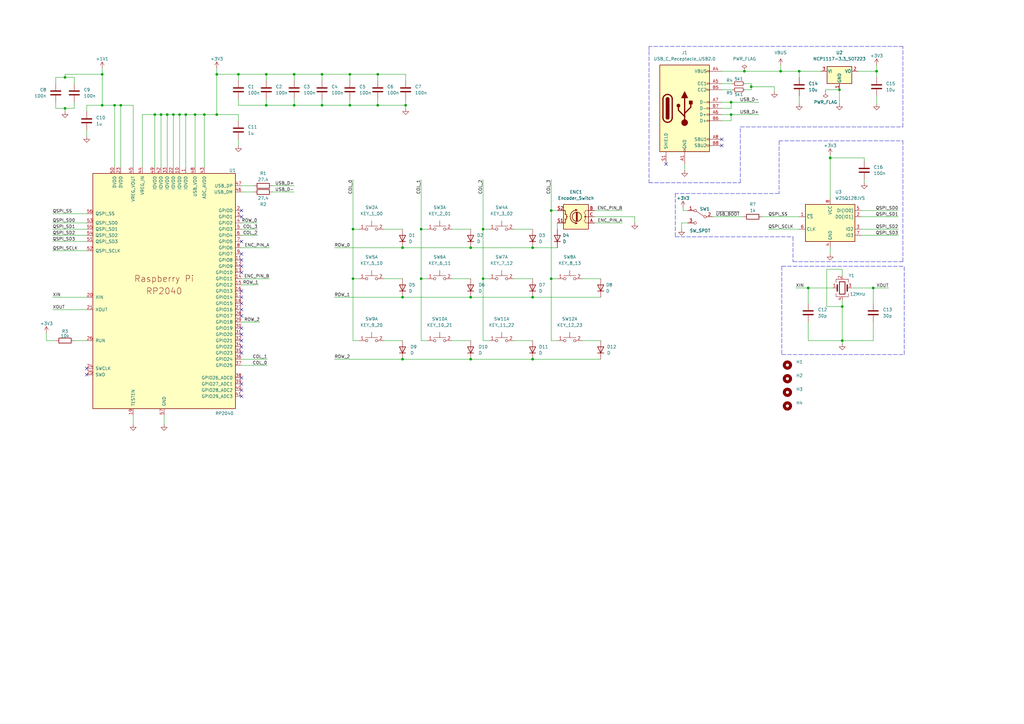
<source format=kicad_sch>
(kicad_sch (version 20211123) (generator eeschema)
  (paper "A3")
  (lib_symbols
    (symbol "Connector:USB_C_Receptacle_USB2.0" (pin_names (offset 1.016))
      (property "Reference" "J" (at -10.16 19.05 0))
      (property "Value" "USB_C_Receptacle_USB2.0" (at 19.05 19.05 0))
      (symbol "USB_C_Receptacle_USB2.0_1_1"
        (pin passive line (at 0 -22.86 90) (length 5.08) (name "GND") (number "A1"))
        (pin passive line (at 0 -22.86 90) (length 5.08) hide (name "GND") (number "A12"))
        (pin passive line (at 15.24 15.24 180) (length 5.08) (name "VBUS") (number "A4"))
        (pin bidirectional line (at 15.24 10.16 180) (length 5.08) (name "CC1") (number "A5"))
        (pin bidirectional line (at 15.24 -2.54 180) (length 5.08) (name "D+") (number "A6"))
        (pin bidirectional line (at 15.24 2.54 180) (length 5.08) (name "D-") (number "A7"))
        (pin bidirectional line (at 15.24 -12.7 180) (length 5.08) (name "SBU1") (number "A8"))
        (pin passive line (at 15.24 15.24 180) (length 5.08) hide (name "VBUS") (number "A9"))
        (pin passive line (at 0 -22.86 90) (length 5.08) hide (name "GND") (number "B1"))
        (pin passive line (at 0 -22.86 90) (length 5.08) hide (name "GND") (number "B12"))
        (pin passive line (at 15.24 15.24 180) (length 5.08) hide (name "VBUS") (number "B4"))
        (pin bidirectional line (at 15.24 7.62 180) (length 5.08) (name "CC2") (number "B5"))
        (pin bidirectional line (at 15.24 -5.08 180) (length 5.08) (name "D+") (number "B6"))
        (pin bidirectional line (at 15.24 0 180) (length 5.08) (name "D-") (number "B7"))
        (pin bidirectional line (at 15.24 -15.24 180) (length 5.08) (name "SBU2") (number "B8"))
        (pin passive line (at 15.24 15.24 180) (length 5.08) hide (name "VBUS") (number "B9"))
        (pin passive line (at -7.62 -22.86 90) (length 5.08) (name "SHIELD") (number "S1"))
      )
    )
    (symbol "Device:C" (pin_numbers hide) (pin_names (offset 0.254))
      (property "Reference" "C" (at 0.635 2.54 0))
      (property "Value" "C" (at 0.635 -2.54 0))
      (symbol "C_1_1"
        (pin passive line (at 0 3.81 270) (length 2.794) (name "~") (number "1"))
        (pin passive line (at 0 -3.81 90) (length 2.794) (name "~") (number "2"))
      )
    )
    (symbol "Device:Crystal_GND24" (pin_names (offset 1.016) hide)
      (property "Reference" "Y" (at 3.175 5.08 0))
      (property "Value" "Crystal_GND24" (at 3.175 3.175 0))
      (symbol "Crystal_GND24_1_1"
        (pin passive line (at -3.81 0 0) (length 1.27) (name "1") (number "1"))
        (pin passive line (at 0 5.08 270) (length 1.27) (name "2") (number "2"))
        (pin passive line (at 3.81 0 180) (length 1.27) (name "3") (number "3"))
        (pin passive line (at 0 -5.08 90) (length 1.27) (name "4") (number "4"))
      )
    )
    (symbol "Device:D" (pin_numbers hide) (pin_names (offset 1.016) hide)
      (property "Reference" "D" (at 0 2.54 0))
      (property "Value" "D" (at 0 -2.54 0))
      (symbol "D_1_1"
        (pin passive line (at -3.81 0 0) (length 2.54) (name "K") (number "1"))
        (pin passive line (at 3.81 0 180) (length 2.54) (name "A") (number "2"))
      )
    )
    (symbol "Device:R" (pin_numbers hide) (pin_names (offset 0))
      (property "Reference" "R" (at 2.032 0 90))
      (property "Value" "R" (at 0 0 90))
      (symbol "R_1_1"
        (pin passive line (at 0 3.81 270) (length 1.27) (name "~") (number "1"))
        (pin passive line (at 0 -3.81 90) (length 1.27) (name "~") (number "2"))
      )
    )
    (symbol "Device:R_Small" (pin_numbers hide) (pin_names (offset 0.254) hide)
      (property "Reference" "R" (at 0.762 0.508 0))
      (property "Value" "R_Small" (at 0.762 -1.016 0))
      (symbol "R_Small_1_1"
        (pin passive line (at 0 2.54 270) (length 0.762) (name "~") (number "1"))
        (pin passive line (at 0 -2.54 90) (length 0.762) (name "~") (number "2"))
      )
    )
    (symbol "Device:RotaryEncoder_Switch" (pin_names (offset 0.254) hide)
      (property "Reference" "SW" (at 0 6.604 0))
      (property "Value" "RotaryEncoder_Switch" (at 0 -6.604 0))
      (symbol "RotaryEncoder_Switch_1_1"
        (pin passive line (at -7.62 2.54 0) (length 2.54) (name "A") (number "A"))
        (pin passive line (at -7.62 -2.54 0) (length 2.54) (name "B") (number "B"))
        (pin passive line (at -7.62 0 0) (length 2.54) (name "C") (number "C"))
        (pin passive line (at 7.62 2.54 180) (length 2.54) (name "S1") (number "S1"))
        (pin passive line (at 7.62 -2.54 180) (length 2.54) (name "S2") (number "S2"))
      )
    )
    (symbol "GND_1" (power) (pin_names (offset 0))
      (property "Value" "GND_1" (at 0 -3.81 0))
      (symbol "GND_1_1_1"
        (pin power_in line (at 0 0 270) (length 0) hide (name "GND") (number "1"))
      )
    )
    (symbol "MCU_RaspberryPi_RP2040:RP2040" (pin_names (offset 1.016))
      (property "Reference" "U" (at -29.21 49.53 0))
      (property "Value" "RP2040" (at 24.13 -49.53 0))
      (symbol "RP2040_0_0"
        (text "Raspberry Pi" (at 0 5.08 0) (effects (font (size 2.54 2.54))))
        (text "RP2040" (at 0 0 0) (effects (font (size 2.54 2.54))))
      )
      (symbol "RP2040_1_1"
        (pin power_in line (at 8.89 50.8 270) (length 2.54) (name "IOVDD") (number "1"))
        (pin power_in line (at 6.35 50.8 270) (length 2.54) (name "IOVDD") (number "10"))
        (pin bidirectional line (at 31.75 12.7 180) (length 2.54) (name "GPIO8") (number "11"))
        (pin bidirectional line (at 31.75 10.16 180) (length 2.54) (name "GPIO9") (number "12"))
        (pin bidirectional line (at 31.75 7.62 180) (length 2.54) (name "GPIO10") (number "13"))
        (pin bidirectional line (at 31.75 5.08 180) (length 2.54) (name "GPIO11") (number "14"))
        (pin bidirectional line (at 31.75 2.54 180) (length 2.54) (name "GPIO12") (number "15"))
        (pin bidirectional line (at 31.75 0 180) (length 2.54) (name "GPIO13") (number "16"))
        (pin bidirectional line (at 31.75 -2.54 180) (length 2.54) (name "GPIO14") (number "17"))
        (pin bidirectional line (at 31.75 -5.08 180) (length 2.54) (name "GPIO15") (number "18"))
        (pin passive line (at -12.7 -50.8 90) (length 2.54) (name "TESTEN") (number "19"))
        (pin bidirectional line (at 31.75 33.02 180) (length 2.54) (name "GPIO0") (number "2"))
        (pin input line (at -31.75 -2.54 0) (length 2.54) (name "XIN") (number "20"))
        (pin passive line (at -31.75 -7.62 0) (length 2.54) (name "XOUT") (number "21"))
        (pin power_in line (at 3.81 50.8 270) (length 2.54) (name "IOVDD") (number "22"))
        (pin power_in line (at -17.78 50.8 270) (length 2.54) (name "DVDD") (number "23"))
        (pin output line (at -31.75 -31.75 0) (length 2.54) (name "SWCLK") (number "24"))
        (pin bidirectional line (at -31.75 -34.29 0) (length 2.54) (name "SWD") (number "25"))
        (pin input line (at -31.75 -20.32 0) (length 2.54) (name "RUN") (number "26"))
        (pin bidirectional line (at 31.75 -7.62 180) (length 2.54) (name "GPIO16") (number "27"))
        (pin bidirectional line (at 31.75 -10.16 180) (length 2.54) (name "GPIO17") (number "28"))
        (pin bidirectional line (at 31.75 -12.7 180) (length 2.54) (name "GPIO18") (number "29"))
        (pin bidirectional line (at 31.75 30.48 180) (length 2.54) (name "GPIO1") (number "3"))
        (pin bidirectional line (at 31.75 -15.24 180) (length 2.54) (name "GPIO19") (number "30"))
        (pin bidirectional line (at 31.75 -17.78 180) (length 2.54) (name "GPIO20") (number "31"))
        (pin bidirectional line (at 31.75 -20.32 180) (length 2.54) (name "GPIO21") (number "32"))
        (pin power_in line (at 1.27 50.8 270) (length 2.54) (name "IOVDD") (number "33"))
        (pin bidirectional line (at 31.75 -22.86 180) (length 2.54) (name "GPIO22") (number "34"))
        (pin bidirectional line (at 31.75 -25.4 180) (length 2.54) (name "GPIO23") (number "35"))
        (pin bidirectional line (at 31.75 -27.94 180) (length 2.54) (name "GPIO24") (number "36"))
        (pin bidirectional line (at 31.75 -30.48 180) (length 2.54) (name "GPIO25") (number "37"))
        (pin bidirectional line (at 31.75 -35.56 180) (length 2.54) (name "GPIO26_ADC0") (number "38"))
        (pin bidirectional line (at 31.75 -38.1 180) (length 2.54) (name "GPIO27_ADC1") (number "39"))
        (pin bidirectional line (at 31.75 27.94 180) (length 2.54) (name "GPIO2") (number "4"))
        (pin bidirectional line (at 31.75 -40.64 180) (length 2.54) (name "GPIO28_ADC2") (number "40"))
        (pin bidirectional line (at 31.75 -43.18 180) (length 2.54) (name "GPIO29_ADC3") (number "41"))
        (pin power_in line (at -1.27 50.8 270) (length 2.54) (name "IOVDD") (number "42"))
        (pin power_in line (at 16.51 50.8 270) (length 2.54) (name "ADC_AVDD") (number "43"))
        (pin power_in line (at -8.89 50.8 270) (length 2.54) (name "VREG_IN") (number "44"))
        (pin power_out line (at -12.7 50.8 270) (length 2.54) (name "VREG_VOUT") (number "45"))
        (pin bidirectional line (at 31.75 40.64 180) (length 2.54) (name "USB_DM") (number "46"))
        (pin bidirectional line (at 31.75 43.18 180) (length 2.54) (name "USB_DP") (number "47"))
        (pin power_in line (at 12.7 50.8 270) (length 2.54) (name "USB_VDD") (number "48"))
        (pin power_in line (at -3.81 50.8 270) (length 2.54) (name "IOVDD") (number "49"))
        (pin bidirectional line (at 31.75 25.4 180) (length 2.54) (name "GPIO3") (number "5"))
        (pin power_in line (at -20.32 50.8 270) (length 2.54) (name "DVDD") (number "50"))
        (pin bidirectional line (at -31.75 20.32 0) (length 2.54) (name "QSPI_SD3") (number "51"))
        (pin output line (at -31.75 16.51 0) (length 2.54) (name "QSPI_SCLK") (number "52"))
        (pin bidirectional line (at -31.75 27.94 0) (length 2.54) (name "QSPI_SD0") (number "53"))
        (pin bidirectional line (at -31.75 22.86 0) (length 2.54) (name "QSPI_SD2") (number "54"))
        (pin bidirectional line (at -31.75 25.4 0) (length 2.54) (name "QSPI_SD1") (number "55"))
        (pin bidirectional line (at -31.75 31.75 0) (length 2.54) (name "QSPI_SS") (number "56"))
        (pin power_in line (at 0 -50.8 90) (length 2.54) (name "GND") (number "57"))
        (pin bidirectional line (at 31.75 22.86 180) (length 2.54) (name "GPIO4") (number "6"))
        (pin bidirectional line (at 31.75 20.32 180) (length 2.54) (name "GPIO5") (number "7"))
        (pin bidirectional line (at 31.75 17.78 180) (length 2.54) (name "GPIO6") (number "8"))
        (pin bidirectional line (at 31.75 15.24 180) (length 2.54) (name "GPIO7") (number "9"))
      )
    )
    (symbol "Mechanical:MountingHole" (pin_names (offset 1.016))
      (property "Reference" "H" (at 0 5.08 0))
      (property "Value" "MountingHole" (at 0 3.175 0))
    )
    (symbol "Memory_Flash:W25Q128JVS"
      (property "Reference" "U" (at -8.89 8.89 0))
      (property "Value" "W25Q128JVS" (at 7.62 8.89 0))
      (symbol "W25Q128JVS_1_1"
        (pin input line (at -12.7 2.54 0) (length 2.54) (name "~{CS}") (number "1"))
        (pin bidirectional line (at 12.7 2.54 180) (length 2.54) (name "DO(IO1)") (number "2"))
        (pin bidirectional line (at 12.7 -2.54 180) (length 2.54) (name "IO2") (number "3"))
        (pin power_in line (at 0 -10.16 90) (length 2.54) (name "GND") (number "4"))
        (pin bidirectional line (at 12.7 5.08 180) (length 2.54) (name "DI(IO0)") (number "5"))
        (pin input line (at -12.7 -2.54 0) (length 2.54) (name "CLK") (number "6"))
        (pin bidirectional line (at 12.7 -5.08 180) (length 2.54) (name "IO3") (number "7"))
        (pin power_in line (at 0 10.16 270) (length 2.54) (name "VCC") (number "8"))
      )
    )
    (symbol "Regulator_Linear:NCP1117-3.3_SOT223" (pin_names (offset 0.254))
      (property "Reference" "U" (at -3.81 3.175 0))
      (property "Value" "NCP1117-3.3_SOT223" (at 0 3.175 0))
      (symbol "NCP1117-3.3_SOT223_1_1"
        (pin power_in line (at 0 -7.62 90) (length 2.54) (name "GND") (number "1"))
        (pin power_out line (at 7.62 0 180) (length 2.54) (name "VO") (number "2"))
        (pin power_in line (at -7.62 0 0) (length 2.54) (name "VI") (number "3"))
      )
    )
    (symbol "Switch:SW_SPDT" (pin_names (offset 0) hide)
      (property "Reference" "SW" (at 0 4.318 0))
      (property "Value" "SW_SPDT" (at 0 -5.08 0))
      (symbol "SW_SPDT_1_1"
        (pin passive line (at 5.08 2.54 180) (length 2.54) (name "A") (number "1"))
        (pin passive line (at -5.08 0 0) (length 2.54) (name "B") (number "2"))
        (pin passive line (at 5.08 -2.54 180) (length 2.54) (name "C") (number "3"))
      )
    )
    (symbol "keebio:MX_LED" (pin_names (offset 1.016) hide)
      (property "Reference" "SW" (at 1.651 2.413 0))
      (property "Value" "MX_LED" (at 0 -3.81 0))
      (symbol "MX_LED_1_1"
        (pin passive line (at -5.08 0 0) (length 2.54) (name "1") (number "1"))
        (pin passive line (at 5.08 0 180) (length 2.54) (name "2") (number "2"))
      )
      (symbol "MX_LED_2_1"
        (pin passive line (at -3.81 0 0) (length 2.54) (name "3") (number "3"))
        (pin passive line (at 3.81 0 180) (length 2.54) (name "4") (number "4"))
      )
    )
    (symbol "power:+1V1" (power) (pin_names (offset 0))
      (property "Value" "+1V1" (at 0 3.556 0))
      (symbol "+1V1_1_1"
        (pin power_in line (at 0 0 90) (length 0) hide (name "+1V1") (number "1"))
      )
    )
    (symbol "power:+3V3" (power) (pin_names (offset 0))
      (property "Value" "+3V3" (at 0 3.556 0))
      (symbol "+3V3_1_1"
        (pin power_in line (at 0 0 90) (length 0) hide (name "+3V3") (number "1"))
      )
    )
    (symbol "power:GND" (power) (pin_names (offset 0))
      (property "Value" "GND" (at 0 -3.81 0))
      (symbol "GND_1_1"
        (pin power_in line (at 0 0 270) (length 0) hide (name "GND") (number "1"))
      )
    )
    (symbol "power:PWR_FLAG" (power) (pin_numbers hide) (pin_names (offset 0) hide)
      (property "Value" "PWR_FLAG" (at 0 3.81 0))
      (symbol "PWR_FLAG_0_0"
        (pin power_out line (at 0 0 90) (length 0) (name "pwr") (number "1"))
      )
    )
    (symbol "power:VBUS" (power) (pin_names (offset 0))
      (property "Value" "VBUS" (at 0 3.81 0))
      (symbol "VBUS_1_1"
        (pin power_in line (at 0 0 90) (length 0) hide (name "VBUS") (number "1"))
      )
    )
  )
  (junction (at 193.04 101.6))
  (junction (at 358.14 118.11))
  (junction (at 345.44 139.7))
  (junction (at 320.167 29.21))
  (junction (at 76.2 46.99))
  (junction (at 165.1 121.92))
  (junction (at 26.67 44.45))
  (junction (at 88.9 46.99))
  (junction (at 166.37 43.18))
  (junction (at 193.04 147.32))
  (junction (at 66.04 46.99))
  (junction (at 327.787 29.21))
  (junction (at 344.297 36.83))
  (junction (at 198.12 93.98))
  (junction (at 172.72 114.3))
  (junction (at 345.44 125.73))
  (junction (at 49.53 43.18))
  (junction (at 132.08 43.18))
  (junction (at 193.04 121.92))
  (junction (at 68.58 46.99))
  (junction (at 143.51 30.48))
  (junction (at 198.12 114.3))
  (junction (at 88.9 30.48))
  (junction (at 172.72 93.98))
  (junction (at 226.06 86.36))
  (junction (at 83.82 46.99))
  (junction (at 132.08 30.48))
  (junction (at 331.47 118.11))
  (junction (at 154.94 43.18))
  (junction (at 120.65 43.18))
  (junction (at 120.65 30.48))
  (junction (at 46.99 43.18))
  (junction (at 218.44 121.92))
  (junction (at 41.91 43.18))
  (junction (at 305.3273 29.21))
  (junction (at 218.44 101.6))
  (junction (at 165.1 147.32))
  (junction (at 308.102 35.56))
  (junction (at 299.847 41.91))
  (junction (at 109.22 43.18))
  (junction (at 80.01 46.99))
  (junction (at 63.5 46.99))
  (junction (at 226.06 114.3))
  (junction (at 154.94 30.48))
  (junction (at 144.78 114.3))
  (junction (at 359.537 29.21))
  (junction (at 26.67 31.75))
  (junction (at 218.44 147.32))
  (junction (at 97.79 30.48))
  (junction (at 340.487 64.77))
  (junction (at 299.847 46.99))
  (junction (at 71.12 46.99))
  (junction (at 73.66 46.99))
  (junction (at 41.91 30.48))
  (junction (at 143.51 43.18))
  (junction (at 144.78 93.98))
  (junction (at 165.1 101.6))
  (junction (at 109.22 30.48))
  (no_connect (at 99.06 106.68))
  (no_connect (at 99.06 157.48))
  (no_connect (at 99.06 109.22))
  (no_connect (at 273.177 67.31))
  (no_connect (at 99.06 144.78))
  (no_connect (at 99.06 160.02))
  (no_connect (at 296.037 59.69))
  (no_connect (at 99.06 162.56))
  (no_connect (at 99.06 121.92))
  (no_connect (at 99.06 154.94))
  (no_connect (at 35.56 153.67))
  (no_connect (at 99.06 119.38))
  (no_connect (at 99.06 142.24))
  (no_connect (at 99.06 111.76))
  (no_connect (at 99.06 99.06))
  (no_connect (at 99.06 104.14))
  (no_connect (at 99.06 129.54))
  (no_connect (at 35.56 151.13))
  (no_connect (at 99.06 86.36))
  (no_connect (at 296.037 57.15))
  (no_connect (at 99.06 124.46))
  (no_connect (at 99.06 127))
  (no_connect (at 99.06 88.9))
  (no_connect (at 99.06 137.16))
  (no_connect (at 99.06 139.7))
  (no_connect (at 99.06 134.62))
  (wire (pts (xy 226.06 86.36) (xy 226.06 114.3)))
  (wire (pts (xy 172.72 73.66) (xy 172.72 93.98)))
  (wire (pts (xy 166.37 40.64) (xy 166.37 43.18)))
  (wire (pts (xy 88.9 46.99) (xy 97.79 46.99)))
  (wire (pts (xy 218.44 147.32) (xy 246.38 147.32)))
  (wire (pts (xy 339.09 110.49) (xy 339.09 125.73)))
  (wire (pts (xy 132.08 43.18) (xy 143.51 43.18)))
  (wire (pts (xy 312.547 88.9) (xy 327.787 88.9)))
  (wire (pts (xy 198.12 93.98) (xy 200.66 93.98)))
  (wire (pts (xy 35.56 53.34) (xy 35.56 55.88)))
  (polyline (pts (xy 320.675 109.22) (xy 320.675 145.415)))
  (wire (pts (xy 132.08 30.48) (xy 143.51 30.48)))
  (wire (pts (xy 299.847 46.99) (xy 311.277 46.99)))
  (wire (pts (xy 280.162 86.36) (xy 280.162 85.09)))
  (wire (pts (xy 345.44 139.7) (xy 358.14 139.7)))
  (wire (pts (xy 88.9 30.48) (xy 88.9 46.99)))
  (wire (pts (xy 88.9 46.99) (xy 83.82 46.99)))
  (wire (pts (xy 185.42 139.7) (xy 193.04 139.7)))
  (wire (pts (xy 58.42 68.58) (xy 58.42 46.99)))
  (wire (pts (xy 326.39 118.11) (xy 331.47 118.11)))
  (wire (pts (xy 68.58 46.99) (xy 71.12 46.99)))
  (wire (pts (xy 296.037 49.53) (xy 299.847 49.53)))
  (wire (pts (xy 308.102 35.56) (xy 308.102 36.83)))
  (wire (pts (xy 210.82 114.3) (xy 218.44 114.3)))
  (wire (pts (xy 358.14 118.11) (xy 364.49 118.11)))
  (wire (pts (xy 305.562 34.29) (xy 308.102 34.29)))
  (polyline (pts (xy 370.84 145.415) (xy 370.84 109.22)))
  (wire (pts (xy 30.48 41.91) (xy 30.48 44.45)))
  (wire (pts (xy 331.47 118.11) (xy 331.47 124.46)))
  (wire (pts (xy 165.1 101.6) (xy 193.04 101.6)))
  (polyline (pts (xy 266.192 20.955) (xy 266.192 74.93)))
  (wire (pts (xy 97.79 43.18) (xy 109.22 43.18)))
  (wire (pts (xy 97.79 46.99) (xy 97.79 49.53)))
  (wire (pts (xy 63.5 68.58) (xy 63.5 46.99)))
  (wire (pts (xy 315.087 93.98) (xy 327.787 93.98)))
  (wire (pts (xy 308.102 34.29) (xy 308.102 35.56)))
  (wire (pts (xy 19.05 139.7) (xy 22.86 139.7)))
  (wire (pts (xy 88.9 30.48) (xy 97.79 30.48)))
  (wire (pts (xy 359.537 26.67) (xy 359.537 29.21)))
  (wire (pts (xy 345.44 125.73) (xy 345.44 123.19)))
  (wire (pts (xy 345.44 125.73) (xy 345.44 139.7)))
  (wire (pts (xy 339.09 125.73) (xy 345.44 125.73)))
  (wire (pts (xy 143.51 30.48) (xy 143.51 33.02)))
  (wire (pts (xy 99.06 76.2) (xy 104.14 76.2)))
  (wire (pts (xy 154.94 30.48) (xy 154.94 33.02)))
  (wire (pts (xy 172.72 114.3) (xy 175.26 114.3)))
  (wire (pts (xy 185.42 93.98) (xy 193.04 93.98)))
  (wire (pts (xy 73.66 46.99) (xy 76.2 46.99)))
  (wire (pts (xy 21.59 102.87) (xy 35.56 102.87)))
  (wire (pts (xy 358.14 132.08) (xy 358.14 139.7)))
  (wire (pts (xy 83.82 46.99) (xy 83.82 68.58)))
  (polyline (pts (xy 370.332 52.07) (xy 370.332 19.05)))
  (wire (pts (xy 83.82 46.99) (xy 80.01 46.99)))
  (wire (pts (xy 109.22 30.48) (xy 109.22 33.02)))
  (wire (pts (xy 99.06 116.84) (xy 106.045 116.84)))
  (wire (pts (xy 358.14 118.11) (xy 358.14 124.46)))
  (wire (pts (xy 54.61 170.18) (xy 54.61 173.99)))
  (wire (pts (xy 226.06 73.66) (xy 226.06 86.36)))
  (polyline (pts (xy 325.247 97.155) (xy 325.247 107.315)))
  (wire (pts (xy 143.51 40.64) (xy 143.51 43.18)))
  (wire (pts (xy 157.48 139.7) (xy 165.1 139.7)))
  (wire (pts (xy 21.59 96.52) (xy 35.56 96.52)))
  (wire (pts (xy 120.65 30.48) (xy 120.65 33.02)))
  (wire (pts (xy 299.847 41.91) (xy 311.277 41.91)))
  (wire (pts (xy 99.06 149.86) (xy 109.601 149.86)))
  (wire (pts (xy 120.65 43.18) (xy 132.08 43.18)))
  (wire (pts (xy 88.9 27.94) (xy 88.9 30.48)))
  (polyline (pts (xy 319.532 79.375) (xy 276.987 79.375)))
  (polyline (pts (xy 320.675 145.415) (xy 370.84 145.415)))
  (wire (pts (xy 172.72 93.98) (xy 172.72 114.3)))
  (wire (pts (xy 166.37 30.48) (xy 166.37 33.02)))
  (wire (pts (xy 132.08 40.64) (xy 132.08 43.18)))
  (wire (pts (xy 41.91 43.18) (xy 46.99 43.18)))
  (wire (pts (xy 296.037 34.29) (xy 300.482 34.29)))
  (wire (pts (xy 41.91 27.94) (xy 41.91 30.48)))
  (wire (pts (xy 238.76 114.3) (xy 246.38 114.3)))
  (wire (pts (xy 26.67 44.45) (xy 26.67 45.72)))
  (polyline (pts (xy 276.987 97.155) (xy 325.247 97.155)))
  (wire (pts (xy 76.2 68.58) (xy 76.2 46.99)))
  (wire (pts (xy 308.102 36.83) (xy 305.562 36.83)))
  (wire (pts (xy 154.94 40.64) (xy 154.94 43.18)))
  (wire (pts (xy 193.04 101.6) (xy 218.44 101.6)))
  (wire (pts (xy 226.06 86.36) (xy 228.6 86.36)))
  (wire (pts (xy 185.42 114.3) (xy 193.04 114.3)))
  (wire (pts (xy 341.63 118.11) (xy 331.47 118.11)))
  (wire (pts (xy 26.67 30.48) (xy 41.91 30.48)))
  (wire (pts (xy 354.457 73.66) (xy 354.457 74.93)))
  (wire (pts (xy 109.22 40.64) (xy 109.22 43.18)))
  (wire (pts (xy 299.847 49.53) (xy 299.847 46.99)))
  (wire (pts (xy 338.582 36.83) (xy 344.297 36.83)))
  (wire (pts (xy 228.6 101.6) (xy 218.44 101.6)))
  (wire (pts (xy 354.457 66.04) (xy 354.457 64.77)))
  (wire (pts (xy 296.037 41.91) (xy 299.847 41.91)))
  (wire (pts (xy 359.537 39.37) (xy 359.537 42.545)))
  (polyline (pts (xy 319.532 57.785) (xy 319.532 79.375)))
  (wire (pts (xy 198.12 114.3) (xy 200.66 114.3)))
  (polyline (pts (xy 276.987 83.82) (xy 276.987 97.155)))
  (wire (pts (xy 99.06 91.44) (xy 105.537 91.44)))
  (wire (pts (xy 279.527 91.44) (xy 279.527 93.98)))
  (wire (pts (xy 340.487 63.5) (xy 340.487 64.77)))
  (wire (pts (xy 345.44 113.03) (xy 345.44 110.49)))
  (wire (pts (xy 144.78 93.98) (xy 144.78 114.3)))
  (wire (pts (xy 218.44 121.92) (xy 246.38 121.92)))
  (wire (pts (xy 331.47 132.08) (xy 331.47 139.7)))
  (wire (pts (xy 327.787 31.75) (xy 327.787 29.21)))
  (wire (pts (xy 137.16 147.32) (xy 165.1 147.32)))
  (wire (pts (xy 320.167 29.21) (xy 327.787 29.21)))
  (wire (pts (xy 210.82 93.98) (xy 218.44 93.98)))
  (polyline (pts (xy 370.332 19.05) (xy 266.192 19.05)))
  (wire (pts (xy 143.51 30.48) (xy 154.94 30.48)))
  (polyline (pts (xy 303.657 74.93) (xy 303.657 52.07)))
  (polyline (pts (xy 370.332 107.315) (xy 370.332 57.785)))
  (wire (pts (xy 260.35 88.9) (xy 260.35 91.44)))
  (polyline (pts (xy 320.675 109.22) (xy 370.84 109.22)))
  (wire (pts (xy 26.67 31.75) (xy 26.67 30.48)))
  (wire (pts (xy 340.487 64.77) (xy 340.487 81.28)))
  (wire (pts (xy 345.44 139.7) (xy 345.44 140.97)))
  (wire (pts (xy 144.78 114.3) (xy 144.78 139.7)))
  (wire (pts (xy 351.917 29.21) (xy 359.537 29.21)))
  (wire (pts (xy 76.2 46.99) (xy 80.01 46.99)))
  (wire (pts (xy 292.227 88.9) (xy 304.927 88.9)))
  (polyline (pts (xy 319.532 57.785) (xy 370.332 57.785)))
  (wire (pts (xy 111.76 76.2) (xy 120.65 76.2)))
  (wire (pts (xy 172.72 93.98) (xy 175.26 93.98)))
  (wire (pts (xy 282.067 86.36) (xy 280.162 86.36)))
  (wire (pts (xy 66.04 68.58) (xy 66.04 46.99)))
  (wire (pts (xy 137.16 101.6) (xy 165.1 101.6)))
  (wire (pts (xy 340.487 64.77) (xy 354.457 64.77)))
  (wire (pts (xy 296.037 44.45) (xy 299.847 44.45)))
  (wire (pts (xy 144.78 93.98) (xy 147.32 93.98)))
  (wire (pts (xy 58.42 46.99) (xy 63.5 46.99)))
  (wire (pts (xy 165.1 147.32) (xy 193.04 147.32)))
  (wire (pts (xy 99.06 101.6) (xy 110.49 101.6)))
  (polyline (pts (xy 276.987 79.375) (xy 276.987 83.185)))
  (wire (pts (xy 21.59 91.44) (xy 35.56 91.44)))
  (wire (pts (xy 71.12 68.58) (xy 71.12 46.99)))
  (wire (pts (xy 120.65 40.64) (xy 120.65 43.18)))
  (wire (pts (xy 345.44 110.49) (xy 339.09 110.49)))
  (wire (pts (xy 210.82 139.7) (xy 218.44 139.7)))
  (wire (pts (xy 353.187 86.36) (xy 368.427 86.36)))
  (wire (pts (xy 26.67 44.45) (xy 30.48 44.45)))
  (wire (pts (xy 68.58 68.58) (xy 68.58 46.99)))
  (wire (pts (xy 73.66 68.58) (xy 73.66 46.99)))
  (wire (pts (xy 144.78 114.3) (xy 147.32 114.3)))
  (wire (pts (xy 21.59 121.92) (xy 35.56 121.92)))
  (wire (pts (xy 193.04 121.92) (xy 218.44 121.92)))
  (wire (pts (xy 198.12 139.7) (xy 200.66 139.7)))
  (wire (pts (xy 172.72 139.7) (xy 175.26 139.7)))
  (wire (pts (xy 154.94 30.48) (xy 166.37 30.48)))
  (wire (pts (xy 299.847 44.45) (xy 299.847 41.91)))
  (wire (pts (xy 144.78 139.7) (xy 147.32 139.7)))
  (wire (pts (xy 296.037 46.99) (xy 299.847 46.99)))
  (wire (pts (xy 296.037 36.83) (xy 300.482 36.83)))
  (wire (pts (xy 353.187 88.9) (xy 368.427 88.9)))
  (wire (pts (xy 172.72 114.3) (xy 172.72 139.7)))
  (wire (pts (xy 243.84 91.44) (xy 255.27 91.44)))
  (wire (pts (xy 198.12 114.3) (xy 198.12 139.7)))
  (wire (pts (xy 35.56 43.18) (xy 41.91 43.18)))
  (wire (pts (xy 30.48 31.75) (xy 30.48 34.29)))
  (wire (pts (xy 143.51 43.18) (xy 154.94 43.18)))
  (wire (pts (xy 226.06 114.3) (xy 228.6 114.3)))
  (wire (pts (xy 63.5 46.99) (xy 66.04 46.99)))
  (wire (pts (xy 198.12 73.66) (xy 198.12 93.98)))
  (wire (pts (xy 243.84 88.9) (xy 260.35 88.9)))
  (wire (pts (xy 305.3273 29.21) (xy 320.167 29.21)))
  (wire (pts (xy 226.06 114.3) (xy 226.06 139.7)))
  (wire (pts (xy 22.86 31.75) (xy 26.67 31.75)))
  (polyline (pts (xy 303.657 52.07) (xy 370.332 52.07)))
  (wire (pts (xy 157.48 93.98) (xy 165.1 93.98)))
  (wire (pts (xy 166.37 43.18) (xy 166.37 44.45)))
  (wire (pts (xy 228.6 91.44) (xy 228.6 93.98)))
  (wire (pts (xy 327.787 39.37) (xy 327.787 42.545)))
  (wire (pts (xy 99.06 78.74) (xy 104.14 78.74)))
  (wire (pts (xy 109.22 43.18) (xy 120.65 43.18)))
  (wire (pts (xy 97.79 40.64) (xy 97.79 43.18)))
  (wire (pts (xy 226.06 139.7) (xy 228.6 139.7)))
  (wire (pts (xy 35.56 45.72) (xy 35.56 43.18)))
  (wire (pts (xy 157.48 114.3) (xy 165.1 114.3)))
  (wire (pts (xy 280.797 67.31) (xy 280.797 69.85)))
  (wire (pts (xy 46.99 43.18) (xy 46.99 68.58)))
  (wire (pts (xy 137.16 121.92) (xy 165.1 121.92)))
  (wire (pts (xy 317.627 35.56) (xy 317.627 37.465)))
  (wire (pts (xy 243.84 86.36) (xy 255.27 86.36)))
  (wire (pts (xy 320.167 26.67) (xy 320.167 29.21)))
  (wire (pts (xy 340.487 101.6) (xy 340.487 104.14)))
  (wire (pts (xy 349.25 118.11) (xy 358.14 118.11)))
  (wire (pts (xy 97.79 33.02) (xy 97.79 30.48)))
  (wire (pts (xy 238.76 139.7) (xy 246.38 139.7)))
  (wire (pts (xy 54.61 43.18) (xy 54.61 68.58)))
  (wire (pts (xy 353.187 96.52) (xy 368.427 96.52)))
  (wire (pts (xy 99.06 147.32) (xy 109.601 147.32)))
  (wire (pts (xy 21.59 93.98) (xy 35.56 93.98)))
  (wire (pts (xy 193.04 147.32) (xy 218.44 147.32)))
  (wire (pts (xy 338.582 37.465) (xy 338.582 36.83)))
  (wire (pts (xy 353.187 93.98) (xy 368.427 93.98)))
  (wire (pts (xy 359.537 29.21) (xy 359.537 31.75)))
  (wire (pts (xy 22.86 41.91) (xy 22.86 44.45)))
  (wire (pts (xy 154.94 43.18) (xy 166.37 43.18)))
  (wire (pts (xy 132.08 30.48) (xy 132.08 33.02)))
  (wire (pts (xy 344.297 36.83) (xy 344.297 42.545)))
  (polyline (pts (xy 266.192 19.05) (xy 266.192 20.955)))
  (wire (pts (xy 21.59 99.06) (xy 35.56 99.06)))
  (wire (pts (xy 49.53 43.18) (xy 49.53 68.58)))
  (wire (pts (xy 19.05 136.525) (xy 19.05 139.7)))
  (wire (pts (xy 22.86 34.29) (xy 22.86 31.75)))
  (wire (pts (xy 66.04 46.99) (xy 68.58 46.99)))
  (wire (pts (xy 327.787 29.21) (xy 336.677 29.21)))
  (wire (pts (xy 99.06 132.08) (xy 106.553 132.08)))
  (wire (pts (xy 308.102 35.56) (xy 317.627 35.56)))
  (wire (pts (xy 80.01 46.99) (xy 80.01 68.58)))
  (wire (pts (xy 67.31 170.18) (xy 67.31 173.99)))
  (wire (pts (xy 109.22 30.48) (xy 120.65 30.48)))
  (wire (pts (xy 22.86 44.45) (xy 26.67 44.45)))
  (wire (pts (xy 21.59 87.63) (xy 35.56 87.63)))
  (wire (pts (xy 26.67 31.75) (xy 30.48 31.75)))
  (wire (pts (xy 49.53 43.18) (xy 54.61 43.18)))
  (wire (pts (xy 46.99 43.18) (xy 49.53 43.18)))
  (wire (pts (xy 282.067 91.44) (xy 279.527 91.44)))
  (wire (pts (xy 97.79 30.48) (xy 109.22 30.48)))
  (polyline (pts (xy 266.192 74.93) (xy 303.657 74.93)))
  (wire (pts (xy 97.79 57.15) (xy 97.79 59.69)))
  (wire (pts (xy 71.12 46.99) (xy 73.66 46.99)))
  (wire (pts (xy 111.76 78.74) (xy 120.65 78.74)))
  (wire (pts (xy 331.47 139.7) (xy 345.44 139.7)))
  (wire (pts (xy 21.59 127) (xy 35.56 127)))
  (wire (pts (xy 120.65 30.48) (xy 132.08 30.48)))
  (wire (pts (xy 198.12 93.98) (xy 198.12 114.3)))
  (wire (pts (xy 41.91 43.18) (xy 41.91 30.48)))
  (wire (pts (xy 99.06 114.3) (xy 110.49 114.3)))
  (wire (pts (xy 165.1 121.92) (xy 193.04 121.92)))
  (wire (pts (xy 99.06 96.52) (xy 105.664 96.52)))
  (wire (pts (xy 30.48 139.7) (xy 35.56 139.7)))
  (wire (pts (xy 296.037 29.21) (xy 305.3273 29.21)))
  (polyline (pts (xy 325.247 107.315) (xy 370.332 107.315)))
  (wire (pts (xy 99.06 93.98) (xy 105.664 93.98)))
  (wire (pts (xy 144.78 73.66) (xy 144.78 93.98)))
  (label "XOUT" (at 21.59 127 0))
  (label "QSPI_SD2" (at 368.427 93.98 180))
  (label "COL_2" (at 198.12 73.66 270))
  (label "COL_3" (at 226.06 73.66 270))
  (label "COL_0" (at 109.601 149.86 180))
  (label "ROW_2" (at 137.16 147.32 0))
  (label "ROW_1" (at 137.16 121.92 0))
  (label "QSPI_SCLK" (at 21.59 102.87 0))
  (label "ROW_0" (at 137.16 101.6 0))
  (label "XOUT" (at 364.49 118.11 180))
  (label "USB_D+" (at 311.277 46.99 180))
  (label "ROW_1" (at 106.045 116.84 180))
  (label "QSPI_SS" (at 315.087 88.9 0))
  (label "QSPI_SD3" (at 368.427 96.52 180))
  (label "ROW_2" (at 106.553 132.08 180))
  (label "XIN" (at 326.39 118.11 0))
  (label "QSPI_SD0" (at 21.59 91.44 0))
  (label "QSPI_SCLK" (at 315.087 93.98 0))
  (label "QSPI_SD2" (at 21.59 96.52 0))
  (label "ENC_PIN_A" (at 110.49 101.6 180))
  (label "QSPI_SS" (at 21.59 87.63 0))
  (label "QSPI_SD1" (at 21.59 93.98 0))
  (label "QSPI_SD0" (at 368.427 86.36 180))
  (label "ENC_PIN_B" (at 110.49 114.3 180))
  (label "USB_D+" (at 120.65 76.2 180))
  (label "~{USB_BOOT}" (at 293.497 88.9 0))
  (label "COL_1" (at 172.72 73.66 270))
  (label "COL_0" (at 144.78 73.66 270))
  (label "COL_3" (at 105.664 93.98 180))
  (label "ENC_PIN_B" (at 255.27 86.36 180))
  (label "QSPI_SD3" (at 21.59 99.06 0))
  (label "ROW_0" (at 105.537 91.44 180))
  (label "COL_2" (at 105.664 96.52 180))
  (label "USB_D-" (at 120.65 78.74 180))
  (label "XIN" (at 21.59 121.92 0))
  (label "ENC_PIN_A" (at 255.27 91.44 180))
  (label "USB_D-" (at 311.277 41.91 180))
  (label "COL_1" (at 109.601 147.32 180))
  (label "QSPI_SD1" (at 368.427 88.9 180))
  (symbol (lib_id "Device:C") (at 331.47 128.27 0) (unit 1)
    (property "Reference" "C12" (at 335.407 126.9999 0) (effects (justify left)))
    (property "Value" "30p" (at 335.407 129.5399 0) (effects (justify left)))
    (property "Footprint" "Capacitor_SMD:C_0402_1005Metric" (effects hide))
  )
  (symbol (lib_id "Device:D") (at 228.6 97.79 90) (unit 1)
    (property "Reference" "D4" (at 230.759 96.5199 90) (effects (justify right)))
    (property "Value" "D" (at 230.759 99.0599 90) (effects (justify right)))
    (property "Footprint" "Diode_SMD:D_SOD-123" (effects hide))
  )
  (symbol (lib_id "keebio:MX_LED") (at 233.68 139.7 0) (unit 1)
    (property "Reference" "SW12" (at 233.68 130.81 0))
    (property "Value" "KEY_12_23" (at 233.68 133.35 0))
    (property "Footprint" "Switch_Keyboard_Cherry_MX:SW_Cherry_MX_PCB_1.00u" (effects hide))
  )
  (symbol (lib_id "power:GND") (at 340.487 104.14 0) (unit 1)
    (property "Reference" "#PWR0101" (effects hide))
    (property "Value" "GND" (effects hide))
  )
  (symbol (lib_id "Mechanical:MountingHole") (at 322.961 166.497 0) (unit 1)
    (property "Reference" "H4" (at 326.517 165.2269 0) (effects (justify left)))
    (property "Value" "MountingHole" (effects hide))
    (property "Footprint" "MountingHole:MountingHole_2.2mm_M2" (effects hide))
  )
  (symbol (lib_id "Device:C") (at 35.56 49.53 0) (unit 1)
    (property "Reference" "C10" (at 39.37 48.2599 0) (effects (justify left)))
    (property "Value" "1u" (at 39.37 50.7999 0) (effects (justify left)))
    (property "Footprint" "Capacitor_SMD:C_0402_1005Metric" (effects hide))
  )
  (symbol (lib_id "Device:C") (at 154.94 36.83 0) (unit 1)
    (property "Reference" "C6" (at 158.75 35.5599 0) (effects (justify left)))
    (property "Value" "100n" (at 158.75 38.0999 0) (effects (justify left)))
    (property "Footprint" "Capacitor_SMD:C_0402_1005Metric" (effects hide))
  )
  (symbol (lib_id "power:GND") (at 35.56 55.88 0) (unit 1)
    (property "Reference" "#PWR0116" (effects hide))
    (property "Value" "GND" (effects hide))
  )
  (symbol (lib_id "power:GND") (at 67.31 173.99 0) (unit 1)
    (property "Reference" "#PWR0117" (effects hide))
    (property "Value" "GND" (effects hide))
  )
  (symbol (lib_id "Device:R") (at 308.737 88.9 90) (unit 1)
    (property "Reference" "R7" (at 308.737 83.82 90))
    (property "Value" "1k" (at 308.737 86.36 90))
    (property "Footprint" "Resistor_SMD:R_0402_1005Metric" (effects hide))
  )
  (symbol (lib_id "Device:C") (at 132.08 36.83 0) (unit 1)
    (property "Reference" "C4" (at 135.89 35.5599 0) (effects (justify left)))
    (property "Value" "100n" (at 135.89 38.0999 0) (effects (justify left)))
    (property "Footprint" "Capacitor_SMD:C_0402_1005Metric" (effects hide))
  )
  (symbol (lib_id "Device:RotaryEncoder_Switch") (at 236.22 88.9 180) (unit 1)
    (property "Reference" "ENC1" (at 236.22 78.74 0))
    (property "Value" "Encoder_Switch" (at 236.22 81.28 0))
    (property "Footprint" "Rotary_Encoder:RotaryEncoder_Alps_EC11E-Switch_Vertical_H20mm" (effects hide))
  )
  (symbol (lib_id "Device:D") (at 193.04 97.79 90) (unit 1)
    (property "Reference" "D2" (at 195.58 96.5199 90) (effects (justify right)))
    (property "Value" "D" (at 195.58 99.0599 90) (effects (justify right)))
    (property "Footprint" "Diode_SMD:D_SOD-123" (effects hide))
  )
  (symbol (lib_id "power:GND") (at 345.44 140.97 0) (unit 1)
    (property "Reference" "#PWR0104" (effects hide))
    (property "Value" "GND" (effects hide))
  )
  (symbol (lib_id "power:GND") (at 317.627 37.465 0) (mirror y) (unit 1)
    (property "Reference" "#PWR0112" (effects hide))
    (property "Value" "GND" (effects hide))
  )
  (symbol (lib_id "Mechanical:MountingHole") (at 322.961 149.733 0) (unit 1)
    (property "Reference" "H1" (at 326.517 148.4629 0) (effects (justify left)))
    (property "Value" "MountingHole" (effects hide))
    (property "Footprint" "MountingHole:MountingHole_2.2mm_M2" (effects hide))
  )
  (symbol (lib_id "keebio:MX_LED") (at 233.68 114.3 0) (unit 1)
    (property "Reference" "SW8" (at 233.68 105.41 0))
    (property "Value" "KEY_8_13" (at 233.68 107.95 0))
    (property "Footprint" "Switch_Keyboard_Cherry_MX:SW_Cherry_MX_PCB_1.00u" (effects hide))
  )
  (symbol (lib_id "Device:D") (at 218.44 118.11 90) (unit 1)
    (property "Reference" "D7" (at 220.98 116.8399 90) (effects (justify right)))
    (property "Value" "D" (at 220.98 119.3799 90) (effects (justify right)))
    (property "Footprint" "Diode_SMD:D_SOD-123" (effects hide))
  )
  (symbol (lib_id "power:GND") (at 26.67 45.72 0) (unit 1)
    (property "Reference" "#PWR0115" (effects hide))
    (property "Value" "GND" (effects hide))
  )
  (symbol (lib_id "power:GND") (at 354.457 74.93 0) (unit 1)
    (property "Reference" "#PWR0102" (effects hide))
    (property "Value" "GND" (effects hide))
  )
  (symbol (lib_id "keebio:MX_LED") (at 205.74 139.7 0) (unit 1)
    (property "Reference" "SW11" (at 205.74 130.81 0))
    (property "Value" "KEY_11_22" (at 205.74 133.35 0))
    (property "Footprint" "Switch_Keyboard_Cherry_MX:SW_Cherry_MX_PCB_1.00u" (effects hide))
  )
  (symbol (lib_id "Device:C") (at 97.79 36.83 0) (unit 1)
    (property "Reference" "C1" (at 101.6 35.5599 0) (effects (justify left)))
    (property "Value" "100n" (at 101.6 38.0999 0) (effects (justify left)))
    (property "Footprint" "Capacitor_SMD:C_0402_1005Metric" (effects hide))
  )
  (symbol (lib_id "Regulator_Linear:NCP1117-3.3_SOT223") (at 344.297 29.21 0) (unit 1)
    (property "Reference" "U2" (at 344.297 21.59 0))
    (property "Value" "NCP1117-3.3_SOT223" (at 344.297 24.13 0))
    (property "Footprint" "Package_TO_SOT_SMD:SOT-223-3_TabPin2" (effects hide))
    (property "Datasheet" "http://www.onsemi.com/pub_link/Collateral/NCP1117-D.PDF" (effects hide))
  )
  (symbol (lib_id "Connector:USB_C_Receptacle_USB2.0") (at 280.797 44.45 0) (unit 1)
    (property "Reference" "J1" (at 280.797 21.59 0))
    (property "Value" "USB_C_Receptacle_USB2.0" (at 280.797 24.13 0))
    (property "Footprint" "Connector_USB:USB_C_Receptacle_XKB_U262-16XN-4BVC11" (effects hide))
    (property "Datasheet" "https://www.usb.org/sites/default/files/documents/usb_type-c.zip" (effects hide))
  )
  (symbol (lib_id "keebio:MX_LED") (at 205.74 93.98 0) (unit 1)
    (property "Reference" "SW4" (at 205.74 85.09 0))
    (property "Value" "KEY_3_02" (at 205.74 87.63 0))
    (property "Footprint" "Switch_Keyboard_Cherry_MX:SW_Cherry_MX_PCB_1.00u" (effects hide))
  )
  (symbol (lib_id "power:PWR_FLAG") (at 338.582 37.465 180) (unit 1)
    (property "Reference" "#FLG0101" (effects hide))
    (property "Value" "PWR_FLAG" (at 338.582 41.91 0))
  )
  (symbol (lib_id "power:GND") (at 280.797 69.85 0) (unit 1)
    (property "Reference" "#PWR0109" (effects hide))
    (property "Value" "GND" (effects hide))
  )
  (symbol (lib_id "keebio:MX_LED") (at 152.4 93.98 0) (unit 1)
    (property "Reference" "SW2" (at 152.4 85.09 0))
    (property "Value" "KEY_1_00" (at 152.4 87.63 0))
    (property "Footprint" "Switch_Keyboard_Cherry_MX:SW_Cherry_MX_PCB_1.00u" (effects hide))
  )
  (symbol (lib_id "Switch:SW_SPDT") (at 287.147 88.9 0) (mirror y) (unit 1)
    (property "Reference" "SW1" (at 289.052 85.725 0))
    (property "Value" "SW_SPDT" (at 287.147 94.615 0))
    (property "Footprint" "Button_Switch_SMD:SW_SPDT_PCM12" (effects hide))
  )
  (symbol (lib_id "power:GND") (at 327.787 42.545 0) (unit 1)
    (property "Reference" "#PWR0113" (effects hide))
    (property "Value" "GND" (effects hide))
  )
  (symbol (lib_id "power:GND") (at 54.61 173.99 0) (unit 1)
    (property "Reference" "#PWR0118" (effects hide))
    (property "Value" "GND" (effects hide))
  )
  (symbol (lib_id "power:+3V3") (at 359.537 26.67 0) (unit 1)
    (property "Reference" "#PWR0110" (effects hide))
    (property "Value" "+3V3" (at 359.537 22.86 0))
  )
  (symbol (lib_id "power:+3V3") (at 19.05 136.525 0) (unit 1)
    (property "Reference" "#PWR0121" (effects hide))
    (property "Value" "+3V3" (at 19.05 132.715 0))
  )
  (symbol (lib_id "Device:C") (at 327.787 35.56 0) (unit 1)
    (property "Reference" "C14" (at 331.597 34.2899 0) (effects (justify left)))
    (property "Value" "10u" (at 331.597 36.8299 0) (effects (justify left)))
    (property "Footprint" "Capacitor_SMD:C_0603_1608Metric" (effects hide))
  )
  (symbol (lib_id "Mechanical:MountingHole") (at 322.961 155.321 0) (unit 1)
    (property "Reference" "H2" (at 326.517 154.0509 0) (effects (justify left)))
    (property "Value" "MountingHole" (effects hide))
    (property "Footprint" "MountingHole:MountingHole_2.2mm_M2" (effects hide))
  )
  (symbol (lib_id "power:+1V1") (at 41.91 27.94 0) (unit 1)
    (property "Reference" "#PWR0114" (effects hide))
    (property "Value" "+1V1" (at 41.91 24.13 0))
  )
  (symbol (lib_id "power:GND") (at 97.79 59.69 0) (unit 1)
    (property "Reference" "#PWR0119" (effects hide))
    (property "Value" "GND" (effects hide))
  )
  (symbol (lib_id "Device:C") (at 354.457 69.85 0) (unit 1)
    (property "Reference" "C16" (at 358.267 68.5799 0) (effects (justify left)))
    (property "Value" "100n" (at 358.267 71.1199 0) (effects (justify left)))
    (property "Footprint" "Capacitor_SMD:C_0402_1005Metric" (effects hide))
  )
  (symbol (lib_id "Device:D") (at 246.38 118.11 90) (unit 1)
    (property "Reference" "D8" (at 248.539 116.8399 90) (effects (justify right)))
    (property "Value" "D" (at 248.539 119.3799 90) (effects (justify right)))
    (property "Footprint" "Diode_SMD:D_SOD-123" (effects hide))
  )
  (symbol (lib_id "power:GND") (at 166.37 44.45 0) (unit 1)
    (property "Reference" "#PWR0107" (effects hide))
    (property "Value" "GND" (effects hide))
  )
  (symbol (lib_id "keebio:MX_LED") (at 180.34 93.98 0) (unit 1)
    (property "Reference" "SW3" (at 180.34 85.09 0))
    (property "Value" "KEY_2_01" (at 180.34 87.63 0))
    (property "Footprint" "Switch_Keyboard_Cherry_MX:SW_Cherry_MX_PCB_1.00u" (effects hide))
  )
  (symbol (lib_id "power:GND") (at 344.297 42.545 0) (unit 1)
    (property "Reference" "#PWR0123" (effects hide))
    (property "Value" "GND" (effects hide))
  )
  (symbol (lib_id "Device:C") (at 120.65 36.83 0) (unit 1)
    (property "Reference" "C3" (at 124.46 35.5599 0) (effects (justify left)))
    (property "Value" "100n" (at 124.46 38.0999 0) (effects (justify left)))
    (property "Footprint" "Capacitor_SMD:C_0402_1005Metric" (effects hide))
  )
  (symbol (lib_id "keebio:MX_LED") (at 152.4 114.3 0) (unit 1)
    (property "Reference" "SW5" (at 152.4 105.41 0))
    (property "Value" "KEY_5_10" (at 152.4 107.95 0))
    (property "Footprint" "Switch_Keyboard_Cherry_MX:SW_Cherry_MX_PCB_1.00u" (effects hide))
  )
  (symbol (lib_id "Device:D") (at 218.44 143.51 90) (unit 1)
    (property "Reference" "D11" (at 220.98 142.2399 90) (effects (justify right)))
    (property "Value" "D" (at 220.98 144.7799 90) (effects (justify right)))
    (property "Footprint" "Diode_SMD:D_SOD-123" (effects hide))
  )
  (symbol (lib_id "Device:C") (at 109.22 36.83 0) (unit 1)
    (property "Reference" "C2" (at 113.03 35.5599 0) (effects (justify left)))
    (property "Value" "100n" (at 113.03 38.0999 0) (effects (justify left)))
    (property "Footprint" "Capacitor_SMD:C_0402_1005Metric" (effects hide))
  )
  (symbol (lib_name "GND_1") (lib_id "power:GND") (at 260.35 91.44 0) (unit 1)
    (property "Reference" "#PWR0105" (effects hide))
    (property "Value" "GND" (effects hide))
  )
  (symbol (lib_id "power:GND") (at 279.527 93.98 0) (unit 1)
    (property "Reference" "#PWR0108" (effects hide))
    (property "Value" "GND" (effects hide))
  )
  (symbol (lib_id "power:VBUS") (at 320.167 26.67 0) (unit 1)
    (property "Reference" "#PWR0111" (effects hide))
    (property "Value" "VBUS" (at 320.167 21.59 0))
  )
  (symbol (lib_id "MCU_RaspberryPi_RP2040:RP2040") (at 67.31 119.38 0) (unit 1)
    (property "Reference" "U1" (at 93.98 69.85 0) (effects (justify left)))
    (property "Value" "RP2040" (at 88.265 169.545 0) (effects (justify left)))
    (property "Footprint" "Package_DFN_QFN:QFN-56-1EP_7x7mm_P0.4mm_EP5.6x5.6mm" (effects hide))
  )
  (symbol (lib_id "power:+3V3") (at 88.9 27.94 0) (unit 1)
    (property "Reference" "#PWR0120" (effects hide))
    (property "Value" "+3V3" (at 88.9 24.13 0))
  )
  (symbol (lib_id "Device:R") (at 26.67 139.7 90) (unit 1)
    (property "Reference" "R3" (at 26.67 135.89 90))
    (property "Value" "10k" (at 26.67 137.795 90))
    (property "Footprint" "Resistor_SMD:R_0402_1005Metric" (effects hide))
  )
  (symbol (lib_id "Device:Crystal_GND24") (at 345.44 118.11 0) (unit 1)
    (property "Reference" "Y1" (at 349.25 113.03 0))
    (property "Value" "12MHz" (at 351.79 120.65 0))
    (property "Footprint" "Crystal:Crystal_SMD_3225-4Pin_3.2x2.5mm" (effects hide))
  )
  (symbol (lib_id "Device:R_Small") (at 303.022 34.29 90) (mirror x) (unit 1)
    (property "Reference" "R4" (at 299.212 33.02 90))
    (property "Value" "5k1" (at 303.022 32.385 90))
    (property "Footprint" "Resistor_SMD:R_0402_1005Metric" (effects hide))
  )
  (symbol (lib_id "Mechanical:MountingHole") (at 322.961 160.909 0) (unit 1)
    (property "Reference" "H3" (at 326.517 159.6389 0) (effects (justify left)))
    (property "Value" "MountingHole" (effects hide))
    (property "Footprint" "MountingHole:MountingHole_2.2mm_M2" (effects hide))
  )
  (symbol (lib_id "Device:C") (at 30.48 38.1 0) (unit 1)
    (property "Reference" "C9" (at 34.29 36.8299 0) (effects (justify left)))
    (property "Value" "100n" (at 34.29 39.3699 0) (effects (justify left)))
    (property "Footprint" "Capacitor_SMD:C_0402_1005Metric" (effects hide))
  )
  (symbol (lib_id "power:PWR_FLAG") (at 305.3273 29.21 0) (unit 1)
    (property "Reference" "#FLG0102" (effects hide))
    (property "Value" "PWR_FLAG" (at 305.3273 24.13 0))
  )
  (symbol (lib_id "Device:R") (at 107.95 78.74 90) (unit 1)
    (property "Reference" "R2" (at 107.95 83.82 90))
    (property "Value" "27.4" (at 107.95 81.28 90))
    (property "Footprint" "Resistor_SMD:R_0402_1005Metric" (effects hide))
  )
  (symbol (lib_id "Device:R") (at 107.95 76.2 90) (unit 1)
    (property "Reference" "R1" (at 107.95 71.12 90))
    (property "Value" "27.4" (at 107.95 73.66 90))
    (property "Footprint" "Resistor_SMD:R_0402_1005Metric" (effects hide))
  )
  (symbol (lib_id "power:GND") (at 359.537 42.545 0) (unit 1)
    (property "Reference" "#PWR0122" (effects hide))
    (property "Value" "GND" (effects hide))
  )
  (symbol (lib_id "Device:C") (at 166.37 36.83 0) (unit 1)
    (property "Reference" "C7" (at 170.18 35.5599 0) (effects (justify left)))
    (property "Value" "100n" (at 170.18 38.0999 0) (effects (justify left)))
    (property "Footprint" "Capacitor_SMD:C_0402_1005Metric" (effects hide))
  )
  (symbol (lib_id "Device:C") (at 22.86 38.1 0) (mirror x) (unit 1)
    (property "Reference" "C8" (at 19.05 36.8299 0) (effects (justify right)))
    (property "Value" "100n" (at 19.05 39.3699 0) (effects (justify right)))
    (property "Footprint" "Capacitor_SMD:C_0402_1005Metric" (effects hide))
  )
  (symbol (lib_id "Device:D") (at 246.38 143.51 90) (unit 1)
    (property "Reference" "D12" (at 248.92 142.2399 90) (effects (justify right)))
    (property "Value" "D" (at 248.92 144.7799 90) (effects (justify right)))
    (property "Footprint" "Diode_SMD:D_SOD-123" (effects hide))
  )
  (symbol (lib_id "Memory_Flash:W25Q128JVS") (at 340.487 91.44 0) (unit 1)
    (property "Reference" "U3" (at 342.5064 78.74 0) (effects (justify left)))
    (property "Value" "W25Q128JVS" (at 342.5064 81.28 0) (effects (justify left)))
    (property "Footprint" "Package_SO:SOIC-8_5.23x5.23mm_P1.27mm" (effects hide))
    (property "Datasheet" "http://www.winbond.com/resource-files/w25q128jv_dtr%20revc%2003272018%20plus.pdf" (effects hide))
  )
  (symbol (lib_id "Device:C") (at 358.14 128.27 0) (unit 1)
    (property "Reference" "C13" (at 362.077 126.9999 0) (effects (justify left)))
    (property "Value" "30p" (at 362.077 129.5399 0) (effects (justify left)))
    (property "Footprint" "Capacitor_SMD:C_0402_1005Metric" (effects hide))
  )
  (symbol (lib_id "keebio:MX_LED") (at 180.34 114.3 0) (unit 1)
    (property "Reference" "SW6" (at 180.34 105.41 0))
    (property "Value" "KEY_6_11" (at 180.34 107.95 0))
    (property "Footprint" "Switch_Keyboard_Cherry_MX:SW_Cherry_MX_PCB_1.00u" (effects hide))
  )
  (symbol (lib_id "Device:D") (at 193.04 118.11 90) (unit 1)
    (property "Reference" "D6" (at 196.215 116.8399 90) (effects (justify right)))
    (property "Value" "D" (at 196.215 119.3799 90) (effects (justify right)))
    (property "Footprint" "Diode_SMD:D_SOD-123" (effects hide))
  )
  (symbol (lib_id "keebio:MX_LED") (at 152.4 139.7 0) (unit 1)
    (property "Reference" "SW9" (at 152.4 130.81 0))
    (property "Value" "KEY_9_20" (at 152.4 133.35 0))
    (property "Footprint" "Switch_Keyboard_Cherry_MX:SW_Cherry_MX_PCB_1.00u" (effects hide))
  )
  (symbol (lib_id "Device:D") (at 165.1 97.79 90) (unit 1)
    (property "Reference" "D1" (at 167.64 96.5199 90) (effects (justify right)))
    (property "Value" "D" (at 167.64 99.0599 90) (effects (justify right)))
    (property "Footprint" "Diode_SMD:D_SOD-123" (effects hide))
  )
  (symbol (lib_id "Device:D") (at 193.04 143.51 90) (unit 1)
    (property "Reference" "D10" (at 196.215 142.2399 90) (effects (justify right)))
    (property "Value" "D" (at 196.215 144.7799 90) (effects (justify right)))
    (property "Footprint" "Diode_SMD:D_SOD-123" (effects hide))
  )
  (symbol (lib_id "Device:R_Small") (at 303.022 36.83 90) (mirror x) (unit 1)
    (property "Reference" "R5" (at 299.212 38.1 90))
    (property "Value" "5k1" (at 303.022 38.735 90))
    (property "Footprint" "Resistor_SMD:R_0402_1005Metric" (effects hide))
  )
  (symbol (lib_id "power:+3V3") (at 280.162 85.09 0) (unit 1)
    (property "Reference" "#PWR01" (effects hide))
    (property "Value" "+3V3" (at 280.162 81.28 0))
  )
  (symbol (lib_id "power:+3V3") (at 340.487 63.5 0) (unit 1)
    (property "Reference" "#PWR0103" (effects hide))
    (property "Value" "+3V3" (at 340.487 59.69 0))
  )
  (symbol (lib_id "Device:D") (at 165.1 143.51 90) (unit 1)
    (property "Reference" "D9" (at 168.275 142.2399 90) (effects (justify right)))
    (property "Value" "D" (at 168.275 144.7799 90) (effects (justify right)))
    (property "Footprint" "Diode_SMD:D_SOD-123" (effects hide))
  )
  (symbol (lib_id "Device:C") (at 97.79 53.34 0) (unit 1)
    (property "Reference" "C11" (at 101.6 52.0699 0) (effects (justify left)))
    (property "Value" "1u" (at 101.6 54.6099 0) (effects (justify left)))
    (property "Footprint" "Capacitor_SMD:C_0402_1005Metric" (effects hide))
  )
  (symbol (lib_id "Device:D") (at 165.1 118.11 90) (unit 1)
    (property "Reference" "D5" (at 167.64 116.8399 90) (effects (justify right)))
    (property "Value" "D" (at 167.64 119.3799 90) (effects (justify right)))
    (property "Footprint" "Diode_SMD:D_SOD-123" (effects hide))
  )
  (symbol (lib_id "Device:C") (at 143.51 36.83 0) (unit 1)
    (property "Reference" "C5" (at 147.32 35.5599 0) (effects (justify left)))
    (property "Value" "100n" (at 147.32 38.0999 0) (effects (justify left)))
    (property "Footprint" "Capacitor_SMD:C_0402_1005Metric" (effects hide))
  )
  (symbol (lib_id "Device:C") (at 359.537 35.56 0) (unit 1)
    (property "Reference" "C15" (at 363.347 34.2899 0) (effects (justify left)))
    (property "Value" "10u" (at 363.347 36.8299 0) (effects (justify left)))
    (property "Footprint" "Capacitor_SMD:C_0603_1608Metric" (effects hide))
  )
  (symbol (lib_id "keebio:MX_LED") (at 180.34 139.7 0) (unit 1)
    (property "Reference" "SW10" (at 180.34 130.81 0))
    (property "Value" "KEY_10_21" (at 180.34 133.35 0))
    (property "Footprint" "Switch_Keyboard_Cherry_MX:SW_Cherry_MX_PCB_1.00u" (effects hide))
  )
  (symbol (lib_id "Device:D") (at 218.44 97.79 90) (unit 1)
    (property "Reference" "D3" (at 220.98 96.5199 90) (effects (justify right)))
    (property "Value" "D" (at 220.98 99.0599 90) (effects (justify right)))
    (property "Footprint" "Diode_SMD:D_SOD-123" (effects hide))
  )
  (symbol (lib_id "keebio:MX_LED") (at 205.74 114.3 0) (unit 1)
    (property "Reference" "SW7" (at 205.74 105.41 0))
    (property "Value" "KEY_7_12" (at 205.74 107.95 0))
    (property "Footprint" "Switch_Keyboard_Cherry_MX:SW_Cherry_MX_PCB_1.00u" (effects hide))
  )
)
</source>
